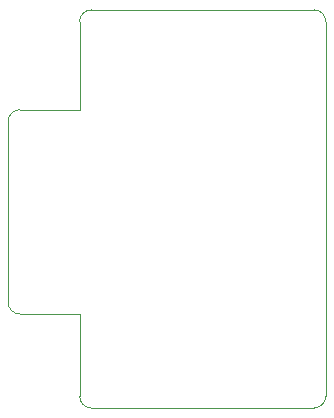
<source format=gbr>
%TF.GenerationSoftware,Altium Limited,Altium Designer,25.5.2 (35)*%
G04 Layer_Color=0*
%FSLAX45Y45*%
%MOMM*%
%TF.SameCoordinates,F9D1B48F-3E51-4A7C-A873-13CCE31A6061*%
%TF.FilePolarity,Positive*%
%TF.FileFunction,Profile,NP*%
%TF.Part,Single*%
G01*
G75*
%TA.AperFunction,Profile*%
%ADD29C,0.02540*%
D29*
X100000Y875000D02*
G02*
X0Y975000I-1J100000D01*
G01*
Y2505000D01*
D02*
G02*
X100000Y2605000I100000J0D01*
G01*
X604999D01*
Y3350000D01*
D02*
G02*
X705003Y3450000I100002J-2D01*
G01*
X2589806Y3450000D01*
X2589365Y3450440D01*
D02*
G02*
X2689365Y3350440I0J-100000D01*
G01*
X2689998Y3349808D01*
Y179966D01*
X2689416D01*
D02*
G02*
X2589416Y79966I-100000J-0D01*
G01*
Y80000D01*
X705000D01*
D02*
G02*
X605000Y180000I0J100000D01*
G01*
X604999Y875000D01*
X100000D01*
%TF.MD5,53db4f95dbeb67ae4067ef5227cf1bc3*%
M02*

</source>
